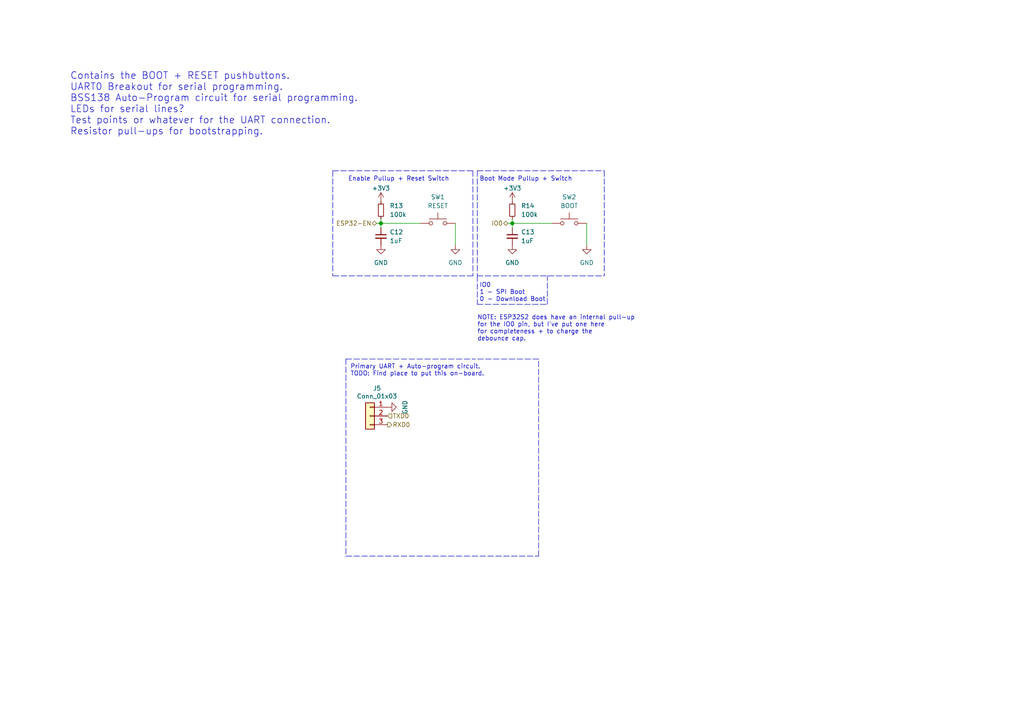
<source format=kicad_sch>
(kicad_sch (version 20201015) (generator eeschema)
  (page 1 5)
  (paper "A4")
  (lib_symbols
    (symbol "Connector_Generic:Conn_01x03" (pin_names (offset 1.016) hide)
      (property "Reference" "J" (at 0 5.08 0))
      (property "Value" "Conn_01x03" (at 0 -5.08 0))
      (symbol "Conn_01x03_1_1"
        (rectangle (start -1.27 -2.413) (end 0 -2.667) (stroke (width 0.1524)))
        (rectangle (start -1.27 2.667) (end 0 2.413) (stroke (width 0.1524)))
        (rectangle (start -1.27 3.81) (end 1.27 -3.81) (stroke (width 0.254)) (fill (type background)))
        (rectangle (start -1.27 0.127) (end 0 -0.127) (stroke (width 0.1524)))
        (pin passive line (at -5.08 2.54 0) (length 3.81) (name "Pin_1") (number "1"))
        (pin passive line (at -5.08 0 0) (length 3.81) (name "Pin_2") (number "2"))
        (pin passive line (at -5.08 -2.54 0) (length 3.81) (name "Pin_3") (number "3"))
      )
    )
    (symbol "Device:C_Small" (pin_numbers hide) (pin_names (offset 0.254) hide)
      (property "Reference" "C" (at 0.254 1.778 0))
      (property "Value" "C_Small" (at 0.254 -2.032 0))
      (symbol "C_Small_0_1"
        (polyline (pts (xy -1.524 -0.508) (xy 1.524 -0.508)) (stroke (width 0.3302)))
        (polyline (pts (xy -1.524 0.508) (xy 1.524 0.508)) (stroke (width 0.3048)))
      )
      (symbol "C_Small_1_1"
        (pin passive line (at 0 2.54 270) (length 2.032) (name "~") (number "1"))
        (pin passive line (at 0 -2.54 90) (length 2.032) (name "~") (number "2"))
      )
    )
    (symbol "Device:R_Small" (pin_numbers hide) (pin_names (offset 0.254) hide)
      (property "Reference" "R" (at 0.762 0.508 0))
      (property "Value" "R_Small" (at 0.762 -1.016 0))
      (symbol "R_Small_0_1"
        (rectangle (start -0.762 1.778) (end 0.762 -1.778) (stroke (width 0.2032)))
      )
      (symbol "R_Small_1_1"
        (pin passive line (at 0 2.54 270) (length 0.762) (name "~") (number "1"))
        (pin passive line (at 0 -2.54 90) (length 0.762) (name "~") (number "2"))
      )
    )
    (symbol "Switch:SW_Push" (pin_numbers hide) (pin_names (offset 1.016) hide)
      (property "Reference" "SW" (at 1.27 2.54 0))
      (property "Value" "SW_Push" (at 0 -1.524 0))
      (symbol "SW_Push_0_1"
        (circle (center -2.032 0) (radius 0.508))
        (circle (center 2.032 0) (radius 0.508))
        (polyline (pts (xy 0 1.27) (xy 0 3.048)))
        (polyline (pts (xy 2.54 1.27) (xy -2.54 1.27)))
        (pin passive line (at -5.08 0 0) (length 2.54) (name "1") (number "1"))
        (pin passive line (at 5.08 0 180) (length 2.54) (name "2") (number "2"))
      )
    )
    (symbol "power:+3V3" (power) (pin_names (offset 0))
      (property "Value" "+3V3" (at 0 3.556 0))
      (symbol "+3V3_0_1"
        (polyline (pts (xy -0.762 1.27) (xy 0 2.54)))
        (polyline (pts (xy 0 0) (xy 0 2.54)))
        (polyline (pts (xy 0 2.54) (xy 0.762 1.27)))
      )
      (symbol "+3V3_1_1"
        (pin power_in line (at 0 0 90) (length 0) hide (name "+3V3") (number "1"))
      )
    )
    (symbol "power:GND" (power) (pin_names (offset 0))
      (property "Value" "GND" (at 0 -3.81 0))
      (symbol "GND_0_1"
        (polyline (pts (xy 0 0) (xy 0 -1.27) (xy 1.27 -1.27) (xy 0 -2.54) (xy -1.27 -1.27) (xy 0 -1.27)))
      )
      (symbol "GND_1_1"
        (pin power_in line (at 0 0 270) (length 0) hide (name "GND") (number "1"))
      )
    )
  )
  (junction (at 110.49 64.77) (diameter 1.016))
  (junction (at 148.59 64.77) (diameter 1.016))
  (wire (pts (xy 109.22 64.77) (xy 110.49 64.77)))
  (wire (pts (xy 110.49 63.5) (xy 110.49 64.77)))
  (wire (pts (xy 110.49 64.77) (xy 110.49 66.04)))
  (wire (pts (xy 110.49 64.77) (xy 121.92 64.77)))
  (wire (pts (xy 132.08 64.77) (xy 132.08 71.12)))
  (wire (pts (xy 147.32 64.77) (xy 148.59 64.77)))
  (wire (pts (xy 148.59 63.5) (xy 148.59 64.77)))
  (wire (pts (xy 148.59 64.77) (xy 148.59 66.04)))
  (wire (pts (xy 148.59 64.77) (xy 160.02 64.77)))
  (wire (pts (xy 170.18 64.77) (xy 170.18 71.12)))
  (polyline (pts (xy 96.52 49.53) (xy 96.52 80.01)) (stroke (width 0) (type dash)))
  (polyline (pts (xy 96.52 49.53) (xy 137.16 49.53)) (stroke (width 0) (type dash)))
  (polyline (pts (xy 100.33 104.14) (xy 100.33 161.29)) (stroke (width 0) (type dash)))
  (polyline (pts (xy 100.33 104.14) (xy 137.16 104.14)) (stroke (width 0) (type dash)))
  (polyline (pts (xy 100.33 161.29) (xy 156.21 161.29)) (stroke (width 0) (type dash)))
  (polyline (pts (xy 137.16 49.53) (xy 137.16 80.01)) (stroke (width 0) (type dash)))
  (polyline (pts (xy 137.16 80.01) (xy 96.52 80.01)) (stroke (width 0) (type dash)))
  (polyline (pts (xy 138.43 49.53) (xy 138.43 80.01)) (stroke (width 0) (type dash)))
  (polyline (pts (xy 138.43 49.53) (xy 175.26 49.53)) (stroke (width 0) (type dash)))
  (polyline (pts (xy 138.43 80.01) (xy 138.43 88.265)) (stroke (width 0) (type dash)))
  (polyline (pts (xy 138.43 80.01) (xy 175.26 80.01)) (stroke (width 0) (type dash)))
  (polyline (pts (xy 138.43 88.265) (xy 158.75 88.265)) (stroke (width 0) (type dash)))
  (polyline (pts (xy 156.21 104.14) (xy 137.16 104.14)) (stroke (width 0) (type dash)))
  (polyline (pts (xy 156.21 161.29) (xy 156.21 104.14)) (stroke (width 0) (type dash)))
  (polyline (pts (xy 158.75 88.265) (xy 158.75 80.01)) (stroke (width 0) (type dash)))
  (polyline (pts (xy 175.26 49.53) (xy 175.26 80.01)) (stroke (width 0) (type dash)))
  (text "Contains the BOOT + RESET pushbuttons.\nUART0 Breakout for serial programming.\nBSS138 Auto-Program circuit for serial programming.\nLEDs for serial lines?\nTest points or whatever for the UART connection.\nResistor pull-ups for bootstrapping." (at 20.32 39.37 0) (effects (font (size 2 2)) (justify left bottom)))
  (text "Enable Pullup + Reset Switch" (at 100.965 52.705 0) (effects (font (size 1.27 1.27)) (justify left bottom)))
  (text "Primary UART + Auto-program circuit.\nTODO: Find place to put this on-board." (at 101.6 109.22 0) (effects (font (size 1.27 1.27)) (justify left bottom)))
  (text "NOTE: ESP32S2 does have an internal pull-up\nfor the IO0 pin, but I've put one here \nfor completeness + to charge the\ndebounce cap." (at 138.43 99.06 0) (effects (font (size 1.27 1.27)) (justify left bottom)))
  (text "Boot Mode Pullup + Switch" (at 139.065 52.705 0) (effects (font (size 1.27 1.27)) (justify left bottom)))
  (text "IO0 \n1 - SPI Boot\n0 - Download Boot" (at 139.065 87.63 0) (effects (font (size 1.27 1.27)) (justify left bottom)))
  (hierarchical_label "ESP32-EN" (shape bidirectional) (at 109.22 64.77 180))
  (hierarchical_label "TXD0" (shape input) (at 112.395 120.65 0))
  (hierarchical_label "RXD0" (shape output) (at 112.395 123.19 0))
  (hierarchical_label "IO0" (shape bidirectional) (at 147.32 64.77 180))
  (symbol (lib_id "power:+3V3") (at 110.49 58.42 0) (unit 1)
    (property "Reference" "#PWR0159" (effects hide))
    (property "Value" "+3V3" (at 110.49 54.61 0))
  )
  (symbol (lib_id "power:+3V3") (at 148.59 58.42 0) (unit 1)
    (property "Reference" "#PWR0157" (effects hide))
    (property "Value" "+3V3" (at 148.59 54.61 0))
  )
  (symbol (lib_id "power:GND") (at 110.49 71.12 0) (unit 1)
    (property "Reference" "#PWR0160" (effects hide))
    (property "Value" "GND" (at 110.49 76.2 0))
  )
  (symbol (lib_id "power:GND") (at 112.395 118.11 90) (unit 1)
    (property "Reference" "#PWR0161" (effects hide))
    (property "Value" "GND" (at 117.475 118.11 0))
  )
  (symbol (lib_id "power:GND") (at 132.08 71.12 0) (unit 1)
    (property "Reference" "#PWR0158" (effects hide))
    (property "Value" "GND" (at 132.08 76.2 0))
  )
  (symbol (lib_id "power:GND") (at 148.59 71.12 0) (unit 1)
    (property "Reference" "#PWR0155" (effects hide))
    (property "Value" "GND" (at 148.59 76.2 0))
  )
  (symbol (lib_id "power:GND") (at 170.18 71.12 0) (unit 1)
    (property "Reference" "#PWR0156" (effects hide))
    (property "Value" "GND" (at 170.18 76.2 0))
  )
  (symbol (lib_id "Device:R_Small") (at 110.49 60.96 0) (unit 1)
    (property "Reference" "R13" (at 113.03 59.69 0) (effects (justify left)))
    (property "Value" "100k" (at 113.03 62.23 0) (effects (justify left)))
    (property "Footprint" "Resistor_SMD:R_0805_2012Metric_Pad1.20x1.40mm_HandSolder" (effects hide))
  )
  (symbol (lib_id "Device:R_Small") (at 148.59 60.96 0) (unit 1)
    (property "Reference" "R14" (at 151.13 59.69 0) (effects (justify left)))
    (property "Value" "100k" (at 151.13 62.23 0) (effects (justify left)))
    (property "Footprint" "Resistor_SMD:R_0805_2012Metric_Pad1.20x1.40mm_HandSolder" (effects hide))
  )
  (symbol (lib_id "Device:C_Small") (at 110.49 68.58 0) (unit 1)
    (property "Reference" "C12" (at 113.03 67.31 0) (effects (justify left)))
    (property "Value" "1uF" (at 113.03 69.85 0) (effects (justify left)))
    (property "Footprint" "Capacitor_SMD:C_0805_2012Metric_Pad1.18x1.45mm_HandSolder" (effects hide))
  )
  (symbol (lib_id "Device:C_Small") (at 148.59 68.58 0) (unit 1)
    (property "Reference" "C13" (at 151.13 67.31 0) (effects (justify left)))
    (property "Value" "1uF" (at 151.13 69.85 0) (effects (justify left)))
    (property "Footprint" "Capacitor_SMD:C_0805_2012Metric_Pad1.18x1.45mm_HandSolder" (effects hide))
  )
  (symbol (lib_id "Switch:SW_Push") (at 127 64.77 0) (unit 1)
    (property "Reference" "SW1" (at 127 57.15 0))
    (property "Value" "RESET" (at 127 59.69 0))
    (property "Footprint" "Footprints:PTS636SK25SMTRLFS" (effects hide))
  )
  (symbol (lib_id "Switch:SW_Push") (at 165.1 64.77 0) (unit 1)
    (property "Reference" "SW2" (at 165.1 57.15 0))
    (property "Value" "BOOT" (at 165.1 59.69 0))
    (property "Footprint" "Footprints:PTS636SK25SMTRLFS" (effects hide))
  )
  (symbol (lib_id "Connector_Generic:Conn_01x03") (at 107.315 120.65 0) (mirror y) (unit 1)
    (property "Reference" "J5" (at 109.347 112.6298 0))
    (property "Value" "Conn_01x03" (at 109.347 114.9285 0))
    (property "Footprint" "Connector_Wire:SolderWirePad_1x03_P3.175mm_Drill0.8mm" (effects hide))
  )
)
</source>
